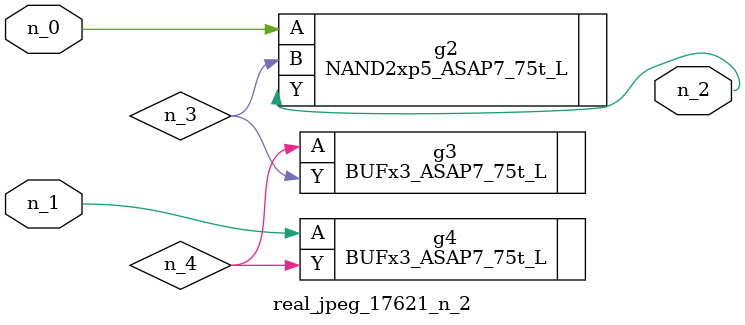
<source format=v>
module real_jpeg_17621_n_2 (n_1, n_0, n_2);

input n_1;
input n_0;

output n_2;

wire n_4;
wire n_3;

NAND2xp5_ASAP7_75t_L g2 ( 
.A(n_0),
.B(n_3),
.Y(n_2)
);

BUFx3_ASAP7_75t_L g4 ( 
.A(n_1),
.Y(n_4)
);

BUFx3_ASAP7_75t_L g3 ( 
.A(n_4),
.Y(n_3)
);


endmodule
</source>
